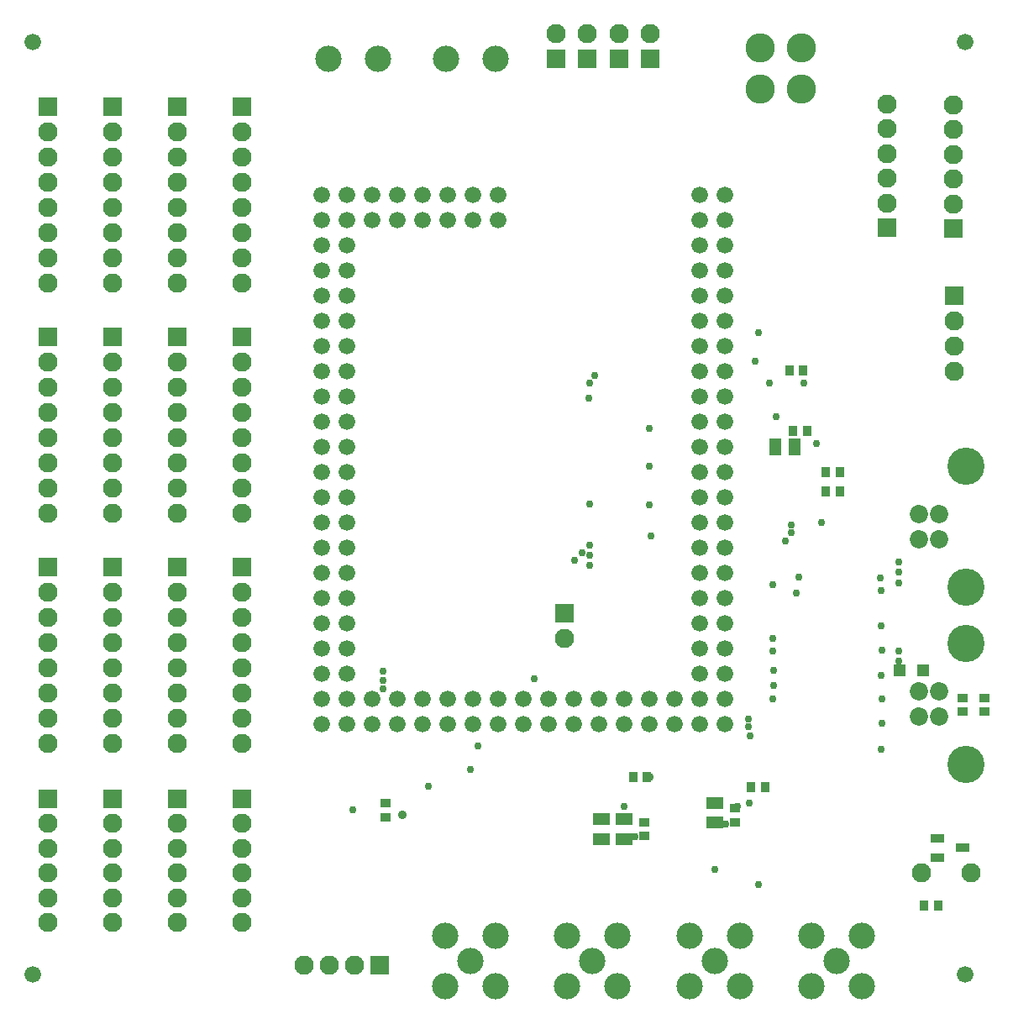
<source format=gbs>
G04*
G04 #@! TF.GenerationSoftware,Altium Limited,Altium Designer,20.0.2 (26)*
G04*
G04 Layer_Color=16711935*
%FSLAX25Y25*%
%MOIN*%
G70*
G01*
G75*
%ADD19R,0.03740X0.04134*%
%ADD20R,0.04134X0.03740*%
%ADD21R,0.06693X0.04528*%
%ADD31C,0.07677*%
%ADD32R,0.07677X0.07677*%
%ADD33C,0.10433*%
%ADD34C,0.06591*%
%ADD35R,0.07677X0.07677*%
%ADD36C,0.11614*%
%ADD37C,0.14764*%
%ADD38C,0.07284*%
%ADD39C,0.02953*%
%ADD40C,0.03591*%
%ADD77R,0.05512X0.03347*%
%ADD78R,0.04528X0.04528*%
%ADD79R,0.04528X0.06693*%
D19*
X255755Y-303500D02*
D03*
X250244D02*
D03*
X302500Y-307500D02*
D03*
X296989D02*
D03*
X371256Y-354500D02*
D03*
X365745D02*
D03*
X332255Y-190000D02*
D03*
X326744D02*
D03*
X332255Y-182500D02*
D03*
X326744D02*
D03*
X319255Y-166000D02*
D03*
X313744D02*
D03*
X312245Y-142000D02*
D03*
X317756D02*
D03*
D20*
X254500Y-321245D02*
D03*
Y-326756D02*
D03*
X290500Y-315745D02*
D03*
Y-321256D02*
D03*
X381000Y-271989D02*
D03*
Y-277500D02*
D03*
X389500Y-272000D02*
D03*
Y-277511D02*
D03*
X152000Y-319255D02*
D03*
Y-313744D02*
D03*
D21*
X237500Y-327937D02*
D03*
Y-320063D02*
D03*
X246500Y-327937D02*
D03*
Y-320063D02*
D03*
X282500Y-321437D02*
D03*
Y-313563D02*
D03*
D31*
X223000Y-248500D02*
D03*
X17994Y-321851D02*
D03*
Y-331693D02*
D03*
Y-341536D02*
D03*
Y-351378D02*
D03*
Y-361221D02*
D03*
X94994D02*
D03*
Y-351378D02*
D03*
Y-341536D02*
D03*
Y-331693D02*
D03*
Y-321851D02*
D03*
X69327Y-361221D02*
D03*
Y-351378D02*
D03*
Y-341536D02*
D03*
Y-331693D02*
D03*
Y-321851D02*
D03*
X43661Y-361221D02*
D03*
Y-351378D02*
D03*
Y-341536D02*
D03*
Y-331693D02*
D03*
Y-321851D02*
D03*
X95000Y-230000D02*
D03*
Y-240000D02*
D03*
Y-250000D02*
D03*
Y-260000D02*
D03*
Y-270000D02*
D03*
Y-280000D02*
D03*
Y-290000D02*
D03*
X18000Y-230000D02*
D03*
Y-240000D02*
D03*
Y-250000D02*
D03*
Y-260000D02*
D03*
Y-270000D02*
D03*
Y-280000D02*
D03*
Y-290000D02*
D03*
X69333Y-230000D02*
D03*
Y-240000D02*
D03*
Y-250000D02*
D03*
Y-260000D02*
D03*
Y-270000D02*
D03*
Y-280000D02*
D03*
Y-290000D02*
D03*
X43667Y-230000D02*
D03*
Y-240000D02*
D03*
Y-250000D02*
D03*
Y-260000D02*
D03*
Y-270000D02*
D03*
Y-280000D02*
D03*
Y-290000D02*
D03*
X95000Y-138750D02*
D03*
Y-148750D02*
D03*
Y-158750D02*
D03*
Y-168750D02*
D03*
Y-178750D02*
D03*
Y-188750D02*
D03*
Y-198750D02*
D03*
X69333Y-138750D02*
D03*
Y-148750D02*
D03*
Y-158750D02*
D03*
Y-168750D02*
D03*
Y-178750D02*
D03*
Y-188750D02*
D03*
Y-198750D02*
D03*
X43667Y-138750D02*
D03*
Y-148750D02*
D03*
Y-158750D02*
D03*
Y-168750D02*
D03*
Y-178750D02*
D03*
Y-188750D02*
D03*
Y-198750D02*
D03*
X18000Y-138750D02*
D03*
Y-148750D02*
D03*
Y-158750D02*
D03*
Y-168750D02*
D03*
Y-178750D02*
D03*
Y-188750D02*
D03*
Y-198750D02*
D03*
X95000Y-47500D02*
D03*
Y-57500D02*
D03*
Y-67500D02*
D03*
Y-77500D02*
D03*
Y-87500D02*
D03*
Y-97500D02*
D03*
Y-107500D02*
D03*
X69333Y-47500D02*
D03*
Y-57500D02*
D03*
Y-67500D02*
D03*
Y-77500D02*
D03*
Y-87500D02*
D03*
Y-97500D02*
D03*
Y-107500D02*
D03*
X43667Y-47500D02*
D03*
Y-57500D02*
D03*
Y-67500D02*
D03*
Y-77500D02*
D03*
Y-87500D02*
D03*
Y-97500D02*
D03*
Y-107500D02*
D03*
X18000Y-47500D02*
D03*
Y-57500D02*
D03*
Y-67500D02*
D03*
Y-77500D02*
D03*
Y-87500D02*
D03*
Y-97500D02*
D03*
Y-107500D02*
D03*
X257000Y-8539D02*
D03*
X244500D02*
D03*
X232000D02*
D03*
X219500D02*
D03*
X377110Y-36657D02*
D03*
Y-46500D02*
D03*
Y-56342D02*
D03*
Y-66185D02*
D03*
Y-76027D02*
D03*
X351000Y-36315D02*
D03*
Y-46158D02*
D03*
Y-56000D02*
D03*
Y-65843D02*
D03*
Y-75685D02*
D03*
X377500Y-142500D02*
D03*
Y-132500D02*
D03*
Y-122500D02*
D03*
X384342Y-341500D02*
D03*
X364656D02*
D03*
X119500Y-378000D02*
D03*
X129500D02*
D03*
X139500D02*
D03*
D32*
X223000Y-238500D02*
D03*
X257000Y-18539D02*
D03*
X244500D02*
D03*
X232000D02*
D03*
X219500D02*
D03*
X377500Y-112500D02*
D03*
D33*
X195500Y-386500D02*
D03*
X175500D02*
D03*
Y-366500D02*
D03*
X195500D02*
D03*
X185500Y-376500D02*
D03*
X175816Y-18500D02*
D03*
X195501D02*
D03*
X129158D02*
D03*
X148843D02*
D03*
X330938Y-376500D02*
D03*
X340938Y-366500D02*
D03*
X320938D02*
D03*
Y-386500D02*
D03*
X340938D02*
D03*
X282459Y-376500D02*
D03*
X292459Y-366500D02*
D03*
X272459D02*
D03*
Y-386500D02*
D03*
X292459D02*
D03*
X233979Y-376500D02*
D03*
X243979Y-366500D02*
D03*
X223979D02*
D03*
Y-386500D02*
D03*
X243979D02*
D03*
D34*
X276500Y-72500D02*
D03*
X286500D02*
D03*
X276500Y-82500D02*
D03*
X286500D02*
D03*
X276500Y-92500D02*
D03*
X286500D02*
D03*
X276500Y-102500D02*
D03*
X286500D02*
D03*
X276500Y-112500D02*
D03*
X286500D02*
D03*
X276500Y-122500D02*
D03*
X286500D02*
D03*
X276500Y-132500D02*
D03*
X286500D02*
D03*
X276500Y-142500D02*
D03*
X286500D02*
D03*
X276500Y-152500D02*
D03*
X286500D02*
D03*
X276500Y-162500D02*
D03*
X286500D02*
D03*
X276500Y-172500D02*
D03*
X286500D02*
D03*
X276500Y-182500D02*
D03*
X286500D02*
D03*
X276500Y-192500D02*
D03*
X286500D02*
D03*
X276500Y-202500D02*
D03*
X286500D02*
D03*
X276500Y-212500D02*
D03*
X286500D02*
D03*
X276500Y-222500D02*
D03*
X286500D02*
D03*
X276500Y-232500D02*
D03*
X286500D02*
D03*
X276500Y-242500D02*
D03*
X286500D02*
D03*
X276500Y-252500D02*
D03*
X286500D02*
D03*
X276500Y-262500D02*
D03*
X286500D02*
D03*
X276500Y-272500D02*
D03*
X286500D02*
D03*
X276500Y-282500D02*
D03*
X286500D02*
D03*
X266500Y-272500D02*
D03*
Y-282500D02*
D03*
X256500Y-272500D02*
D03*
Y-282500D02*
D03*
X246500Y-272500D02*
D03*
Y-282500D02*
D03*
X236500Y-272500D02*
D03*
Y-282500D02*
D03*
X226500Y-272500D02*
D03*
Y-282500D02*
D03*
X216500Y-272500D02*
D03*
Y-282500D02*
D03*
X206500Y-272500D02*
D03*
Y-282500D02*
D03*
X196500Y-272500D02*
D03*
Y-282500D02*
D03*
X186500Y-272500D02*
D03*
Y-282500D02*
D03*
X176500Y-272500D02*
D03*
Y-282500D02*
D03*
X166500Y-272500D02*
D03*
Y-282500D02*
D03*
X156500Y-272500D02*
D03*
Y-282500D02*
D03*
X146500Y-272500D02*
D03*
Y-282500D02*
D03*
X136500D02*
D03*
X126500D02*
D03*
X136500Y-272500D02*
D03*
X126500D02*
D03*
X136500Y-262500D02*
D03*
X126500D02*
D03*
X136500Y-252500D02*
D03*
X126500D02*
D03*
X136500Y-242500D02*
D03*
X126500D02*
D03*
X136500Y-232500D02*
D03*
X126500D02*
D03*
X136500Y-222500D02*
D03*
X126500D02*
D03*
X136500Y-212500D02*
D03*
X126500D02*
D03*
X136500Y-202500D02*
D03*
X126500D02*
D03*
X136500Y-192500D02*
D03*
X126500D02*
D03*
X136500Y-182500D02*
D03*
X126500D02*
D03*
X136500Y-172500D02*
D03*
X126500D02*
D03*
X136500Y-162500D02*
D03*
X126500D02*
D03*
X136500Y-152500D02*
D03*
X126500D02*
D03*
X136500Y-142500D02*
D03*
X126500D02*
D03*
X136500Y-132500D02*
D03*
X126500D02*
D03*
X136500Y-122500D02*
D03*
X126500D02*
D03*
X136500Y-112500D02*
D03*
X126500D02*
D03*
X136500Y-102500D02*
D03*
X126500D02*
D03*
X136500Y-92500D02*
D03*
X126500D02*
D03*
X136500Y-82500D02*
D03*
X126500D02*
D03*
X136500Y-72500D02*
D03*
X126500D02*
D03*
X146500Y-82500D02*
D03*
Y-72500D02*
D03*
X156500Y-82500D02*
D03*
Y-72500D02*
D03*
X166500Y-82500D02*
D03*
Y-72500D02*
D03*
X176500Y-82500D02*
D03*
Y-72500D02*
D03*
X186500Y-82500D02*
D03*
Y-72500D02*
D03*
X196500Y-82500D02*
D03*
Y-72500D02*
D03*
X11811Y-381890D02*
D03*
X381890D02*
D03*
Y-11811D02*
D03*
X11811D02*
D03*
D35*
X18000Y-312000D02*
D03*
X95000D02*
D03*
X69333D02*
D03*
X43667D02*
D03*
X95000Y-220000D02*
D03*
X18000D02*
D03*
X69333D02*
D03*
X43667D02*
D03*
X95000Y-128750D02*
D03*
X69333D02*
D03*
X43667D02*
D03*
X18000D02*
D03*
X95000Y-37500D02*
D03*
X69333D02*
D03*
X43667D02*
D03*
X18000D02*
D03*
X377104Y-85878D02*
D03*
X350994Y-85536D02*
D03*
X149500Y-378000D02*
D03*
D36*
X317040Y-14000D02*
D03*
Y-30540D02*
D03*
X300500Y-14000D02*
D03*
Y-30540D02*
D03*
D37*
X382272Y-179920D02*
D03*
Y-228080D02*
D03*
Y-250341D02*
D03*
Y-298501D02*
D03*
D38*
X363728Y-208921D02*
D03*
Y-199079D02*
D03*
X371602D02*
D03*
Y-208921D02*
D03*
X363728Y-279343D02*
D03*
Y-269500D02*
D03*
X371602D02*
D03*
Y-279343D02*
D03*
D39*
X296250Y-313750D02*
D03*
X296000Y-283500D02*
D03*
Y-280500D02*
D03*
X185500Y-300316D02*
D03*
X188500Y-291000D02*
D03*
X355500Y-253500D02*
D03*
Y-261000D02*
D03*
X306870Y-160500D02*
D03*
X246500Y-315000D02*
D03*
X300000Y-127000D02*
D03*
X256500Y-165000D02*
D03*
Y-180000D02*
D03*
Y-195500D02*
D03*
X257311Y-207811D02*
D03*
X151000Y-268500D02*
D03*
Y-265000D02*
D03*
Y-261500D02*
D03*
X355500Y-226500D02*
D03*
Y-222000D02*
D03*
Y-257500D02*
D03*
Y-218000D02*
D03*
X348500Y-292500D02*
D03*
X348917Y-282083D02*
D03*
X349000Y-272500D02*
D03*
X348500Y-263000D02*
D03*
X349000Y-253000D02*
D03*
X348500Y-243500D02*
D03*
Y-229500D02*
D03*
X348202Y-224298D02*
D03*
X296500Y-287000D02*
D03*
X305500Y-272500D02*
D03*
X306000Y-267000D02*
D03*
Y-261000D02*
D03*
X305500Y-253500D02*
D03*
Y-248500D02*
D03*
Y-227000D02*
D03*
X315000Y-230500D02*
D03*
X316000Y-224000D02*
D03*
X169000Y-307000D02*
D03*
X211000Y-264500D02*
D03*
X139000Y-316500D02*
D03*
X298500Y-138500D02*
D03*
X325000Y-202500D02*
D03*
X310500Y-209750D02*
D03*
X313000Y-203500D02*
D03*
Y-206500D02*
D03*
X313744Y-166000D02*
D03*
X317953Y-147051D02*
D03*
X323000Y-171000D02*
D03*
X257000Y-303500D02*
D03*
X291500Y-315000D02*
D03*
X282500Y-340000D02*
D03*
X300000Y-346000D02*
D03*
X233000Y-215500D02*
D03*
Y-219500D02*
D03*
X227000Y-217500D02*
D03*
X230000Y-214500D02*
D03*
X235000Y-144000D02*
D03*
X232500Y-152988D02*
D03*
X287000Y-322000D02*
D03*
X251000Y-327000D02*
D03*
X304244Y-147222D02*
D03*
X233000Y-211500D02*
D03*
Y-147000D02*
D03*
X232931Y-195069D02*
D03*
D40*
X158500Y-318500D02*
D03*
D77*
X371080Y-335240D02*
D03*
Y-327760D02*
D03*
X380920Y-331500D02*
D03*
D78*
X365224Y-261000D02*
D03*
X355776D02*
D03*
D79*
X306500Y-172500D02*
D03*
X314374D02*
D03*
M02*

</source>
